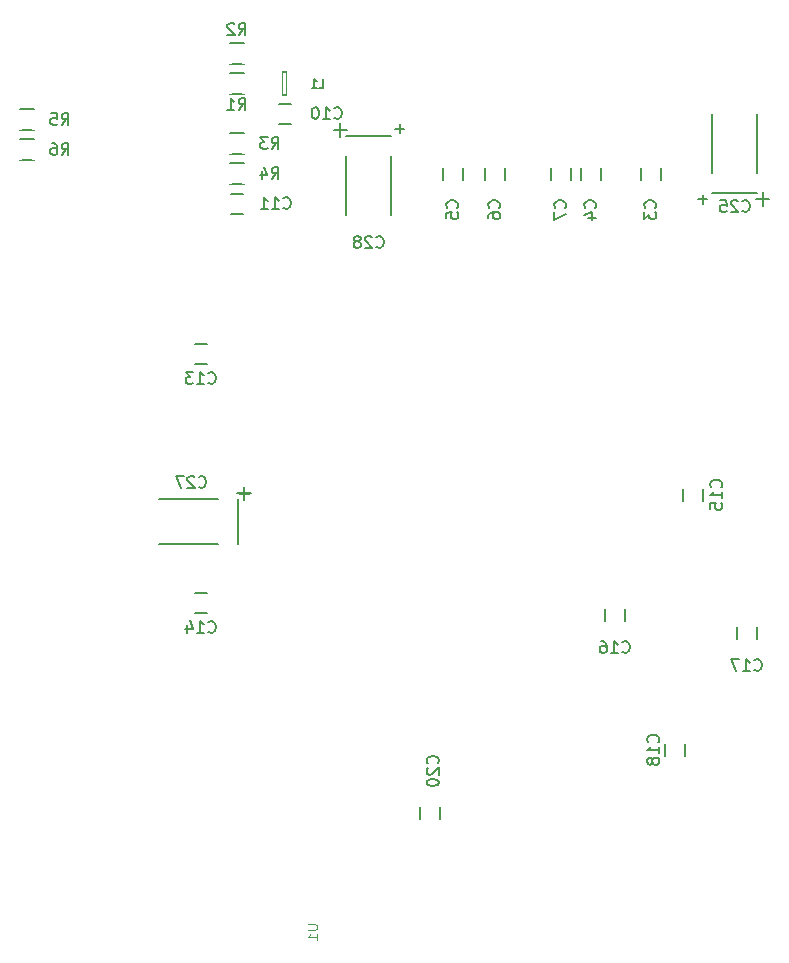
<source format=gbo>
G04 #@! TF.FileFunction,Legend,Bot*
%FSLAX46Y46*%
G04 Gerber Fmt 4.6, Leading zero omitted, Abs format (unit mm)*
G04 Created by KiCad (PCBNEW 4.0.2-stable) date 27.04.2016 23:24:33*
%MOMM*%
G01*
G04 APERTURE LIST*
%ADD10C,0.100000*%
%ADD11C,0.150000*%
%ADD12C,0.149860*%
%ADD13C,0.088900*%
%ADD14C,1.901140*%
%ADD15C,2.398980*%
%ADD16C,1.900000*%
%ADD17R,1.650000X1.400000*%
%ADD18C,1.800000*%
%ADD19C,2.900000*%
%ADD20R,1.400000X1.650000*%
%ADD21R,3.900120X3.900120*%
%ADD22R,2.400000X2.400000*%
%ADD23C,2.400000*%
%ADD24R,1.416000X2.178000*%
%ADD25R,2.127200X2.127200*%
%ADD26O,2.127200X2.127200*%
%ADD27R,2.127200X2.432000*%
%ADD28O,2.127200X2.432000*%
%ADD29R,1.100000X1.700000*%
%ADD30C,2.700000*%
%ADD31R,2.200860X3.549600*%
%ADD32R,3.549600X2.200860*%
G04 APERTURE END LIST*
D10*
D11*
X161378000Y-68080000D02*
X161378000Y-69080000D01*
X159678000Y-69080000D02*
X159678000Y-68080000D01*
X156298000Y-68080000D02*
X156298000Y-69080000D01*
X154598000Y-69080000D02*
X154598000Y-68080000D01*
X144614000Y-68080000D02*
X144614000Y-69080000D01*
X142914000Y-69080000D02*
X142914000Y-68080000D01*
X148170000Y-68080000D02*
X148170000Y-69080000D01*
X146470000Y-69080000D02*
X146470000Y-68080000D01*
X153758000Y-68080000D02*
X153758000Y-69080000D01*
X152058000Y-69080000D02*
X152058000Y-68080000D01*
X129040000Y-62650000D02*
X130040000Y-62650000D01*
X130040000Y-64350000D02*
X129040000Y-64350000D01*
X125976000Y-71970000D02*
X124976000Y-71970000D01*
X124976000Y-70270000D02*
X125976000Y-70270000D01*
X122928000Y-84670000D02*
X121928000Y-84670000D01*
X121928000Y-82970000D02*
X122928000Y-82970000D01*
X122928000Y-105752000D02*
X121928000Y-105752000D01*
X121928000Y-104052000D02*
X122928000Y-104052000D01*
X163234000Y-96258000D02*
X163234000Y-95258000D01*
X164934000Y-95258000D02*
X164934000Y-96258000D01*
X156630000Y-106418000D02*
X156630000Y-105418000D01*
X158330000Y-105418000D02*
X158330000Y-106418000D01*
X169506000Y-106942000D02*
X169506000Y-107942000D01*
X167806000Y-107942000D02*
X167806000Y-106942000D01*
X163410000Y-116848000D02*
X163410000Y-117848000D01*
X161710000Y-117848000D02*
X161710000Y-116848000D01*
D12*
X129339340Y-61960760D02*
X129339340Y-59959240D01*
X129740660Y-59959240D02*
X129740660Y-61960760D01*
X131041140Y-59959240D02*
X128038860Y-59959240D01*
X128038860Y-59959240D02*
X128038860Y-61960760D01*
X128038860Y-61960760D02*
X131041140Y-61960760D01*
X131041140Y-61960760D02*
X131041140Y-59959240D01*
D11*
X126076000Y-60085000D02*
X124876000Y-60085000D01*
X124876000Y-61835000D02*
X126076000Y-61835000D01*
X126076000Y-57545000D02*
X124876000Y-57545000D01*
X124876000Y-59295000D02*
X126076000Y-59295000D01*
X124876000Y-66915000D02*
X126076000Y-66915000D01*
X126076000Y-65165000D02*
X124876000Y-65165000D01*
X124876000Y-69455000D02*
X126076000Y-69455000D01*
X126076000Y-67705000D02*
X124876000Y-67705000D01*
X108296000Y-63133000D02*
X107096000Y-63133000D01*
X107096000Y-64883000D02*
X108296000Y-64883000D01*
X108296000Y-65673000D02*
X107096000Y-65673000D01*
X107096000Y-67423000D02*
X108296000Y-67423000D01*
X141020000Y-123208000D02*
X141020000Y-122208000D01*
X142720000Y-122208000D02*
X142720000Y-123208000D01*
X169539920Y-70241160D02*
X165740080Y-70241160D01*
X169539920Y-63540640D02*
X169539920Y-68539360D01*
X165740080Y-63543180D02*
X165740080Y-68541900D01*
X170543220Y-70744080D02*
X169443400Y-70744080D01*
X170042840Y-71343520D02*
X170042840Y-70144640D01*
X125613160Y-96144080D02*
X125613160Y-99943920D01*
X118912640Y-96144080D02*
X123911360Y-96144080D01*
X118915180Y-99943920D02*
X123913900Y-99943920D01*
X126116080Y-95140780D02*
X126116080Y-96240600D01*
X126715520Y-95641160D02*
X125516640Y-95641160D01*
X134752080Y-65394840D02*
X138551920Y-65394840D01*
X134752080Y-72095360D02*
X134752080Y-67096640D01*
X138551920Y-72092820D02*
X138551920Y-67094100D01*
X133748780Y-64891920D02*
X134848600Y-64891920D01*
X134249160Y-64292480D02*
X134249160Y-65491360D01*
X160885143Y-71461334D02*
X160932762Y-71413715D01*
X160980381Y-71270858D01*
X160980381Y-71175620D01*
X160932762Y-71032762D01*
X160837524Y-70937524D01*
X160742286Y-70889905D01*
X160551810Y-70842286D01*
X160408952Y-70842286D01*
X160218476Y-70889905D01*
X160123238Y-70937524D01*
X160028000Y-71032762D01*
X159980381Y-71175620D01*
X159980381Y-71270858D01*
X160028000Y-71413715D01*
X160075619Y-71461334D01*
X159980381Y-71794667D02*
X159980381Y-72413715D01*
X160361333Y-72080381D01*
X160361333Y-72223239D01*
X160408952Y-72318477D01*
X160456571Y-72366096D01*
X160551810Y-72413715D01*
X160789905Y-72413715D01*
X160885143Y-72366096D01*
X160932762Y-72318477D01*
X160980381Y-72223239D01*
X160980381Y-71937524D01*
X160932762Y-71842286D01*
X160885143Y-71794667D01*
X155805143Y-71461334D02*
X155852762Y-71413715D01*
X155900381Y-71270858D01*
X155900381Y-71175620D01*
X155852762Y-71032762D01*
X155757524Y-70937524D01*
X155662286Y-70889905D01*
X155471810Y-70842286D01*
X155328952Y-70842286D01*
X155138476Y-70889905D01*
X155043238Y-70937524D01*
X154948000Y-71032762D01*
X154900381Y-71175620D01*
X154900381Y-71270858D01*
X154948000Y-71413715D01*
X154995619Y-71461334D01*
X155233714Y-72318477D02*
X155900381Y-72318477D01*
X154852762Y-72080381D02*
X155567048Y-71842286D01*
X155567048Y-72461334D01*
X144121143Y-71461334D02*
X144168762Y-71413715D01*
X144216381Y-71270858D01*
X144216381Y-71175620D01*
X144168762Y-71032762D01*
X144073524Y-70937524D01*
X143978286Y-70889905D01*
X143787810Y-70842286D01*
X143644952Y-70842286D01*
X143454476Y-70889905D01*
X143359238Y-70937524D01*
X143264000Y-71032762D01*
X143216381Y-71175620D01*
X143216381Y-71270858D01*
X143264000Y-71413715D01*
X143311619Y-71461334D01*
X143216381Y-72366096D02*
X143216381Y-71889905D01*
X143692571Y-71842286D01*
X143644952Y-71889905D01*
X143597333Y-71985143D01*
X143597333Y-72223239D01*
X143644952Y-72318477D01*
X143692571Y-72366096D01*
X143787810Y-72413715D01*
X144025905Y-72413715D01*
X144121143Y-72366096D01*
X144168762Y-72318477D01*
X144216381Y-72223239D01*
X144216381Y-71985143D01*
X144168762Y-71889905D01*
X144121143Y-71842286D01*
X147677143Y-71461334D02*
X147724762Y-71413715D01*
X147772381Y-71270858D01*
X147772381Y-71175620D01*
X147724762Y-71032762D01*
X147629524Y-70937524D01*
X147534286Y-70889905D01*
X147343810Y-70842286D01*
X147200952Y-70842286D01*
X147010476Y-70889905D01*
X146915238Y-70937524D01*
X146820000Y-71032762D01*
X146772381Y-71175620D01*
X146772381Y-71270858D01*
X146820000Y-71413715D01*
X146867619Y-71461334D01*
X146772381Y-72318477D02*
X146772381Y-72128000D01*
X146820000Y-72032762D01*
X146867619Y-71985143D01*
X147010476Y-71889905D01*
X147200952Y-71842286D01*
X147581905Y-71842286D01*
X147677143Y-71889905D01*
X147724762Y-71937524D01*
X147772381Y-72032762D01*
X147772381Y-72223239D01*
X147724762Y-72318477D01*
X147677143Y-72366096D01*
X147581905Y-72413715D01*
X147343810Y-72413715D01*
X147248571Y-72366096D01*
X147200952Y-72318477D01*
X147153333Y-72223239D01*
X147153333Y-72032762D01*
X147200952Y-71937524D01*
X147248571Y-71889905D01*
X147343810Y-71842286D01*
X153265143Y-71461334D02*
X153312762Y-71413715D01*
X153360381Y-71270858D01*
X153360381Y-71175620D01*
X153312762Y-71032762D01*
X153217524Y-70937524D01*
X153122286Y-70889905D01*
X152931810Y-70842286D01*
X152788952Y-70842286D01*
X152598476Y-70889905D01*
X152503238Y-70937524D01*
X152408000Y-71032762D01*
X152360381Y-71175620D01*
X152360381Y-71270858D01*
X152408000Y-71413715D01*
X152455619Y-71461334D01*
X152360381Y-71794667D02*
X152360381Y-72461334D01*
X153360381Y-72032762D01*
X133738857Y-63857143D02*
X133786476Y-63904762D01*
X133929333Y-63952381D01*
X134024571Y-63952381D01*
X134167429Y-63904762D01*
X134262667Y-63809524D01*
X134310286Y-63714286D01*
X134357905Y-63523810D01*
X134357905Y-63380952D01*
X134310286Y-63190476D01*
X134262667Y-63095238D01*
X134167429Y-63000000D01*
X134024571Y-62952381D01*
X133929333Y-62952381D01*
X133786476Y-63000000D01*
X133738857Y-63047619D01*
X132786476Y-63952381D02*
X133357905Y-63952381D01*
X133072191Y-63952381D02*
X133072191Y-62952381D01*
X133167429Y-63095238D01*
X133262667Y-63190476D01*
X133357905Y-63238095D01*
X132167429Y-62952381D02*
X132072190Y-62952381D01*
X131976952Y-63000000D01*
X131929333Y-63047619D01*
X131881714Y-63142857D01*
X131834095Y-63333333D01*
X131834095Y-63571429D01*
X131881714Y-63761905D01*
X131929333Y-63857143D01*
X131976952Y-63904762D01*
X132072190Y-63952381D01*
X132167429Y-63952381D01*
X132262667Y-63904762D01*
X132310286Y-63857143D01*
X132357905Y-63761905D01*
X132405524Y-63571429D01*
X132405524Y-63333333D01*
X132357905Y-63142857D01*
X132310286Y-63047619D01*
X132262667Y-63000000D01*
X132167429Y-62952381D01*
X129420857Y-71477143D02*
X129468476Y-71524762D01*
X129611333Y-71572381D01*
X129706571Y-71572381D01*
X129849429Y-71524762D01*
X129944667Y-71429524D01*
X129992286Y-71334286D01*
X130039905Y-71143810D01*
X130039905Y-71000952D01*
X129992286Y-70810476D01*
X129944667Y-70715238D01*
X129849429Y-70620000D01*
X129706571Y-70572381D01*
X129611333Y-70572381D01*
X129468476Y-70620000D01*
X129420857Y-70667619D01*
X128468476Y-71572381D02*
X129039905Y-71572381D01*
X128754191Y-71572381D02*
X128754191Y-70572381D01*
X128849429Y-70715238D01*
X128944667Y-70810476D01*
X129039905Y-70858095D01*
X127516095Y-71572381D02*
X128087524Y-71572381D01*
X127801810Y-71572381D02*
X127801810Y-70572381D01*
X127897048Y-70715238D01*
X127992286Y-70810476D01*
X128087524Y-70858095D01*
X123070857Y-86277143D02*
X123118476Y-86324762D01*
X123261333Y-86372381D01*
X123356571Y-86372381D01*
X123499429Y-86324762D01*
X123594667Y-86229524D01*
X123642286Y-86134286D01*
X123689905Y-85943810D01*
X123689905Y-85800952D01*
X123642286Y-85610476D01*
X123594667Y-85515238D01*
X123499429Y-85420000D01*
X123356571Y-85372381D01*
X123261333Y-85372381D01*
X123118476Y-85420000D01*
X123070857Y-85467619D01*
X122118476Y-86372381D02*
X122689905Y-86372381D01*
X122404191Y-86372381D02*
X122404191Y-85372381D01*
X122499429Y-85515238D01*
X122594667Y-85610476D01*
X122689905Y-85658095D01*
X121785143Y-85372381D02*
X121166095Y-85372381D01*
X121499429Y-85753333D01*
X121356571Y-85753333D01*
X121261333Y-85800952D01*
X121213714Y-85848571D01*
X121166095Y-85943810D01*
X121166095Y-86181905D01*
X121213714Y-86277143D01*
X121261333Y-86324762D01*
X121356571Y-86372381D01*
X121642286Y-86372381D01*
X121737524Y-86324762D01*
X121785143Y-86277143D01*
X123070857Y-107359143D02*
X123118476Y-107406762D01*
X123261333Y-107454381D01*
X123356571Y-107454381D01*
X123499429Y-107406762D01*
X123594667Y-107311524D01*
X123642286Y-107216286D01*
X123689905Y-107025810D01*
X123689905Y-106882952D01*
X123642286Y-106692476D01*
X123594667Y-106597238D01*
X123499429Y-106502000D01*
X123356571Y-106454381D01*
X123261333Y-106454381D01*
X123118476Y-106502000D01*
X123070857Y-106549619D01*
X122118476Y-107454381D02*
X122689905Y-107454381D01*
X122404191Y-107454381D02*
X122404191Y-106454381D01*
X122499429Y-106597238D01*
X122594667Y-106692476D01*
X122689905Y-106740095D01*
X121261333Y-106787714D02*
X121261333Y-107454381D01*
X121499429Y-106406762D02*
X121737524Y-107121048D01*
X121118476Y-107121048D01*
X166473143Y-95115143D02*
X166520762Y-95067524D01*
X166568381Y-94924667D01*
X166568381Y-94829429D01*
X166520762Y-94686571D01*
X166425524Y-94591333D01*
X166330286Y-94543714D01*
X166139810Y-94496095D01*
X165996952Y-94496095D01*
X165806476Y-94543714D01*
X165711238Y-94591333D01*
X165616000Y-94686571D01*
X165568381Y-94829429D01*
X165568381Y-94924667D01*
X165616000Y-95067524D01*
X165663619Y-95115143D01*
X166568381Y-96067524D02*
X166568381Y-95496095D01*
X166568381Y-95781809D02*
X165568381Y-95781809D01*
X165711238Y-95686571D01*
X165806476Y-95591333D01*
X165854095Y-95496095D01*
X165568381Y-96972286D02*
X165568381Y-96496095D01*
X166044571Y-96448476D01*
X165996952Y-96496095D01*
X165949333Y-96591333D01*
X165949333Y-96829429D01*
X165996952Y-96924667D01*
X166044571Y-96972286D01*
X166139810Y-97019905D01*
X166377905Y-97019905D01*
X166473143Y-96972286D01*
X166520762Y-96924667D01*
X166568381Y-96829429D01*
X166568381Y-96591333D01*
X166520762Y-96496095D01*
X166473143Y-96448476D01*
X158122857Y-109069143D02*
X158170476Y-109116762D01*
X158313333Y-109164381D01*
X158408571Y-109164381D01*
X158551429Y-109116762D01*
X158646667Y-109021524D01*
X158694286Y-108926286D01*
X158741905Y-108735810D01*
X158741905Y-108592952D01*
X158694286Y-108402476D01*
X158646667Y-108307238D01*
X158551429Y-108212000D01*
X158408571Y-108164381D01*
X158313333Y-108164381D01*
X158170476Y-108212000D01*
X158122857Y-108259619D01*
X157170476Y-109164381D02*
X157741905Y-109164381D01*
X157456191Y-109164381D02*
X157456191Y-108164381D01*
X157551429Y-108307238D01*
X157646667Y-108402476D01*
X157741905Y-108450095D01*
X156313333Y-108164381D02*
X156503810Y-108164381D01*
X156599048Y-108212000D01*
X156646667Y-108259619D01*
X156741905Y-108402476D01*
X156789524Y-108592952D01*
X156789524Y-108973905D01*
X156741905Y-109069143D01*
X156694286Y-109116762D01*
X156599048Y-109164381D01*
X156408571Y-109164381D01*
X156313333Y-109116762D01*
X156265714Y-109069143D01*
X156218095Y-108973905D01*
X156218095Y-108735810D01*
X156265714Y-108640571D01*
X156313333Y-108592952D01*
X156408571Y-108545333D01*
X156599048Y-108545333D01*
X156694286Y-108592952D01*
X156741905Y-108640571D01*
X156789524Y-108735810D01*
X169298857Y-110593143D02*
X169346476Y-110640762D01*
X169489333Y-110688381D01*
X169584571Y-110688381D01*
X169727429Y-110640762D01*
X169822667Y-110545524D01*
X169870286Y-110450286D01*
X169917905Y-110259810D01*
X169917905Y-110116952D01*
X169870286Y-109926476D01*
X169822667Y-109831238D01*
X169727429Y-109736000D01*
X169584571Y-109688381D01*
X169489333Y-109688381D01*
X169346476Y-109736000D01*
X169298857Y-109783619D01*
X168346476Y-110688381D02*
X168917905Y-110688381D01*
X168632191Y-110688381D02*
X168632191Y-109688381D01*
X168727429Y-109831238D01*
X168822667Y-109926476D01*
X168917905Y-109974095D01*
X168013143Y-109688381D02*
X167346476Y-109688381D01*
X167775048Y-110688381D01*
X161139143Y-116705143D02*
X161186762Y-116657524D01*
X161234381Y-116514667D01*
X161234381Y-116419429D01*
X161186762Y-116276571D01*
X161091524Y-116181333D01*
X160996286Y-116133714D01*
X160805810Y-116086095D01*
X160662952Y-116086095D01*
X160472476Y-116133714D01*
X160377238Y-116181333D01*
X160282000Y-116276571D01*
X160234381Y-116419429D01*
X160234381Y-116514667D01*
X160282000Y-116657524D01*
X160329619Y-116705143D01*
X161234381Y-117657524D02*
X161234381Y-117086095D01*
X161234381Y-117371809D02*
X160234381Y-117371809D01*
X160377238Y-117276571D01*
X160472476Y-117181333D01*
X160520095Y-117086095D01*
X160662952Y-118228952D02*
X160615333Y-118133714D01*
X160567714Y-118086095D01*
X160472476Y-118038476D01*
X160424857Y-118038476D01*
X160329619Y-118086095D01*
X160282000Y-118133714D01*
X160234381Y-118228952D01*
X160234381Y-118419429D01*
X160282000Y-118514667D01*
X160329619Y-118562286D01*
X160424857Y-118609905D01*
X160472476Y-118609905D01*
X160567714Y-118562286D01*
X160615333Y-118514667D01*
X160662952Y-118419429D01*
X160662952Y-118228952D01*
X160710571Y-118133714D01*
X160758190Y-118086095D01*
X160853429Y-118038476D01*
X161043905Y-118038476D01*
X161139143Y-118086095D01*
X161186762Y-118133714D01*
X161234381Y-118228952D01*
X161234381Y-118419429D01*
X161186762Y-118514667D01*
X161139143Y-118562286D01*
X161043905Y-118609905D01*
X160853429Y-118609905D01*
X160758190Y-118562286D01*
X160710571Y-118514667D01*
X160662952Y-118419429D01*
D12*
X132458883Y-61298969D02*
X132815692Y-61298969D01*
X132815692Y-60549669D01*
X131816626Y-61298969D02*
X132244797Y-61298969D01*
X132030711Y-61298969D02*
X132030711Y-60549669D01*
X132102073Y-60656712D01*
X132173435Y-60728074D01*
X132244797Y-60763755D01*
D11*
X125642666Y-63190381D02*
X125976000Y-62714190D01*
X126214095Y-63190381D02*
X126214095Y-62190381D01*
X125833142Y-62190381D01*
X125737904Y-62238000D01*
X125690285Y-62285619D01*
X125642666Y-62380857D01*
X125642666Y-62523714D01*
X125690285Y-62618952D01*
X125737904Y-62666571D01*
X125833142Y-62714190D01*
X126214095Y-62714190D01*
X124690285Y-63190381D02*
X125261714Y-63190381D01*
X124976000Y-63190381D02*
X124976000Y-62190381D01*
X125071238Y-62333238D01*
X125166476Y-62428476D01*
X125261714Y-62476095D01*
X125642666Y-56840381D02*
X125976000Y-56364190D01*
X126214095Y-56840381D02*
X126214095Y-55840381D01*
X125833142Y-55840381D01*
X125737904Y-55888000D01*
X125690285Y-55935619D01*
X125642666Y-56030857D01*
X125642666Y-56173714D01*
X125690285Y-56268952D01*
X125737904Y-56316571D01*
X125833142Y-56364190D01*
X126214095Y-56364190D01*
X125261714Y-55935619D02*
X125214095Y-55888000D01*
X125118857Y-55840381D01*
X124880761Y-55840381D01*
X124785523Y-55888000D01*
X124737904Y-55935619D01*
X124690285Y-56030857D01*
X124690285Y-56126095D01*
X124737904Y-56268952D01*
X125309333Y-56840381D01*
X124690285Y-56840381D01*
X128436666Y-66492381D02*
X128770000Y-66016190D01*
X129008095Y-66492381D02*
X129008095Y-65492381D01*
X128627142Y-65492381D01*
X128531904Y-65540000D01*
X128484285Y-65587619D01*
X128436666Y-65682857D01*
X128436666Y-65825714D01*
X128484285Y-65920952D01*
X128531904Y-65968571D01*
X128627142Y-66016190D01*
X129008095Y-66016190D01*
X128103333Y-65492381D02*
X127484285Y-65492381D01*
X127817619Y-65873333D01*
X127674761Y-65873333D01*
X127579523Y-65920952D01*
X127531904Y-65968571D01*
X127484285Y-66063810D01*
X127484285Y-66301905D01*
X127531904Y-66397143D01*
X127579523Y-66444762D01*
X127674761Y-66492381D01*
X127960476Y-66492381D01*
X128055714Y-66444762D01*
X128103333Y-66397143D01*
X128436666Y-69032381D02*
X128770000Y-68556190D01*
X129008095Y-69032381D02*
X129008095Y-68032381D01*
X128627142Y-68032381D01*
X128531904Y-68080000D01*
X128484285Y-68127619D01*
X128436666Y-68222857D01*
X128436666Y-68365714D01*
X128484285Y-68460952D01*
X128531904Y-68508571D01*
X128627142Y-68556190D01*
X129008095Y-68556190D01*
X127579523Y-68365714D02*
X127579523Y-69032381D01*
X127817619Y-67984762D02*
X128055714Y-68699048D01*
X127436666Y-68699048D01*
X110656666Y-64460381D02*
X110990000Y-63984190D01*
X111228095Y-64460381D02*
X111228095Y-63460381D01*
X110847142Y-63460381D01*
X110751904Y-63508000D01*
X110704285Y-63555619D01*
X110656666Y-63650857D01*
X110656666Y-63793714D01*
X110704285Y-63888952D01*
X110751904Y-63936571D01*
X110847142Y-63984190D01*
X111228095Y-63984190D01*
X109751904Y-63460381D02*
X110228095Y-63460381D01*
X110275714Y-63936571D01*
X110228095Y-63888952D01*
X110132857Y-63841333D01*
X109894761Y-63841333D01*
X109799523Y-63888952D01*
X109751904Y-63936571D01*
X109704285Y-64031810D01*
X109704285Y-64269905D01*
X109751904Y-64365143D01*
X109799523Y-64412762D01*
X109894761Y-64460381D01*
X110132857Y-64460381D01*
X110228095Y-64412762D01*
X110275714Y-64365143D01*
X110656666Y-67000381D02*
X110990000Y-66524190D01*
X111228095Y-67000381D02*
X111228095Y-66000381D01*
X110847142Y-66000381D01*
X110751904Y-66048000D01*
X110704285Y-66095619D01*
X110656666Y-66190857D01*
X110656666Y-66333714D01*
X110704285Y-66428952D01*
X110751904Y-66476571D01*
X110847142Y-66524190D01*
X111228095Y-66524190D01*
X109799523Y-66000381D02*
X109990000Y-66000381D01*
X110085238Y-66048000D01*
X110132857Y-66095619D01*
X110228095Y-66238476D01*
X110275714Y-66428952D01*
X110275714Y-66809905D01*
X110228095Y-66905143D01*
X110180476Y-66952762D01*
X110085238Y-67000381D01*
X109894761Y-67000381D01*
X109799523Y-66952762D01*
X109751904Y-66905143D01*
X109704285Y-66809905D01*
X109704285Y-66571810D01*
X109751904Y-66476571D01*
X109799523Y-66428952D01*
X109894761Y-66381333D01*
X110085238Y-66381333D01*
X110180476Y-66428952D01*
X110228095Y-66476571D01*
X110275714Y-66571810D01*
X142481143Y-118509143D02*
X142528762Y-118461524D01*
X142576381Y-118318667D01*
X142576381Y-118223429D01*
X142528762Y-118080571D01*
X142433524Y-117985333D01*
X142338286Y-117937714D01*
X142147810Y-117890095D01*
X142004952Y-117890095D01*
X141814476Y-117937714D01*
X141719238Y-117985333D01*
X141624000Y-118080571D01*
X141576381Y-118223429D01*
X141576381Y-118318667D01*
X141624000Y-118461524D01*
X141671619Y-118509143D01*
X141671619Y-118890095D02*
X141624000Y-118937714D01*
X141576381Y-119032952D01*
X141576381Y-119271048D01*
X141624000Y-119366286D01*
X141671619Y-119413905D01*
X141766857Y-119461524D01*
X141862095Y-119461524D01*
X142004952Y-119413905D01*
X142576381Y-118842476D01*
X142576381Y-119461524D01*
X141576381Y-120080571D02*
X141576381Y-120175810D01*
X141624000Y-120271048D01*
X141671619Y-120318667D01*
X141766857Y-120366286D01*
X141957333Y-120413905D01*
X142195429Y-120413905D01*
X142385905Y-120366286D01*
X142481143Y-120318667D01*
X142528762Y-120271048D01*
X142576381Y-120175810D01*
X142576381Y-120080571D01*
X142528762Y-119985333D01*
X142481143Y-119937714D01*
X142385905Y-119890095D01*
X142195429Y-119842476D01*
X141957333Y-119842476D01*
X141766857Y-119890095D01*
X141671619Y-119937714D01*
X141624000Y-119985333D01*
X141576381Y-120080571D01*
D13*
X131475695Y-132144724D02*
X132133676Y-132144724D01*
X132211086Y-132183429D01*
X132249790Y-132222133D01*
X132288495Y-132299543D01*
X132288495Y-132454362D01*
X132249790Y-132531771D01*
X132211086Y-132570476D01*
X132133676Y-132609181D01*
X131475695Y-132609181D01*
X132288495Y-133421981D02*
X132288495Y-132957524D01*
X132288495Y-133189753D02*
X131475695Y-133189753D01*
X131591810Y-133112343D01*
X131669219Y-133034934D01*
X131707924Y-132957524D01*
D11*
X168282857Y-71731143D02*
X168330476Y-71778762D01*
X168473333Y-71826381D01*
X168568571Y-71826381D01*
X168711429Y-71778762D01*
X168806667Y-71683524D01*
X168854286Y-71588286D01*
X168901905Y-71397810D01*
X168901905Y-71254952D01*
X168854286Y-71064476D01*
X168806667Y-70969238D01*
X168711429Y-70874000D01*
X168568571Y-70826381D01*
X168473333Y-70826381D01*
X168330476Y-70874000D01*
X168282857Y-70921619D01*
X167901905Y-70921619D02*
X167854286Y-70874000D01*
X167759048Y-70826381D01*
X167520952Y-70826381D01*
X167425714Y-70874000D01*
X167378095Y-70921619D01*
X167330476Y-71016857D01*
X167330476Y-71112095D01*
X167378095Y-71254952D01*
X167949524Y-71826381D01*
X167330476Y-71826381D01*
X166425714Y-70826381D02*
X166901905Y-70826381D01*
X166949524Y-71302571D01*
X166901905Y-71254952D01*
X166806667Y-71207333D01*
X166568571Y-71207333D01*
X166473333Y-71254952D01*
X166425714Y-71302571D01*
X166378095Y-71397810D01*
X166378095Y-71635905D01*
X166425714Y-71731143D01*
X166473333Y-71778762D01*
X166568571Y-71826381D01*
X166806667Y-71826381D01*
X166901905Y-71778762D01*
X166949524Y-71731143D01*
X164917429Y-70360588D02*
X164917429Y-71122493D01*
X165298381Y-70741541D02*
X164536476Y-70741541D01*
X122255517Y-95101683D02*
X122303136Y-95149302D01*
X122445993Y-95196921D01*
X122541231Y-95196921D01*
X122684089Y-95149302D01*
X122779327Y-95054064D01*
X122826946Y-94958826D01*
X122874565Y-94768350D01*
X122874565Y-94625492D01*
X122826946Y-94435016D01*
X122779327Y-94339778D01*
X122684089Y-94244540D01*
X122541231Y-94196921D01*
X122445993Y-94196921D01*
X122303136Y-94244540D01*
X122255517Y-94292159D01*
X121874565Y-94292159D02*
X121826946Y-94244540D01*
X121731708Y-94196921D01*
X121493612Y-94196921D01*
X121398374Y-94244540D01*
X121350755Y-94292159D01*
X121303136Y-94387397D01*
X121303136Y-94482635D01*
X121350755Y-94625492D01*
X121922184Y-95196921D01*
X121303136Y-95196921D01*
X120969803Y-94196921D02*
X120303136Y-94196921D01*
X120731708Y-95196921D01*
X126494492Y-95715129D02*
X125732587Y-95715129D01*
X126113539Y-96096081D02*
X126113539Y-95334176D01*
X137294857Y-74779143D02*
X137342476Y-74826762D01*
X137485333Y-74874381D01*
X137580571Y-74874381D01*
X137723429Y-74826762D01*
X137818667Y-74731524D01*
X137866286Y-74636286D01*
X137913905Y-74445810D01*
X137913905Y-74302952D01*
X137866286Y-74112476D01*
X137818667Y-74017238D01*
X137723429Y-73922000D01*
X137580571Y-73874381D01*
X137485333Y-73874381D01*
X137342476Y-73922000D01*
X137294857Y-73969619D01*
X136913905Y-73969619D02*
X136866286Y-73922000D01*
X136771048Y-73874381D01*
X136532952Y-73874381D01*
X136437714Y-73922000D01*
X136390095Y-73969619D01*
X136342476Y-74064857D01*
X136342476Y-74160095D01*
X136390095Y-74302952D01*
X136961524Y-74874381D01*
X136342476Y-74874381D01*
X135771048Y-74302952D02*
X135866286Y-74255333D01*
X135913905Y-74207714D01*
X135961524Y-74112476D01*
X135961524Y-74064857D01*
X135913905Y-73969619D01*
X135866286Y-73922000D01*
X135771048Y-73874381D01*
X135580571Y-73874381D01*
X135485333Y-73922000D01*
X135437714Y-73969619D01*
X135390095Y-74064857D01*
X135390095Y-74112476D01*
X135437714Y-74207714D01*
X135485333Y-74255333D01*
X135580571Y-74302952D01*
X135771048Y-74302952D01*
X135866286Y-74350571D01*
X135913905Y-74398190D01*
X135961524Y-74493429D01*
X135961524Y-74683905D01*
X135913905Y-74779143D01*
X135866286Y-74826762D01*
X135771048Y-74874381D01*
X135580571Y-74874381D01*
X135485333Y-74826762D01*
X135437714Y-74779143D01*
X135390095Y-74683905D01*
X135390095Y-74493429D01*
X135437714Y-74398190D01*
X135485333Y-74350571D01*
X135580571Y-74302952D01*
X139263429Y-64389048D02*
X139263429Y-65150953D01*
X139644381Y-64770001D02*
X138882476Y-64770001D01*
%LPC*%
D14*
X198882000Y-123126500D03*
X198882000Y-118681500D03*
D15*
X196342000Y-124396500D03*
X196342000Y-117411500D03*
D16*
X196512000Y-57242000D03*
X196512000Y-81442000D03*
D17*
X160528000Y-69580000D03*
X160528000Y-67580000D03*
D18*
X118432000Y-63602000D03*
X118432000Y-61062000D03*
X120972000Y-62332000D03*
X120972000Y-64872000D03*
X118432000Y-66142000D03*
X120972000Y-67412000D03*
X118432000Y-68682000D03*
X120972000Y-69952000D03*
D19*
X115142000Y-57757000D03*
X115142000Y-73257000D03*
D16*
X107192000Y-69292000D03*
X108712000Y-71832000D03*
X107192000Y-59182000D03*
X108712000Y-61722000D03*
D17*
X155448000Y-69580000D03*
X155448000Y-67580000D03*
X143764000Y-69580000D03*
X143764000Y-67580000D03*
X147320000Y-69580000D03*
X147320000Y-67580000D03*
X152908000Y-69580000D03*
X152908000Y-67580000D03*
D20*
X130540000Y-63500000D03*
X128540000Y-63500000D03*
X124476000Y-71120000D03*
X126476000Y-71120000D03*
X121428000Y-83820000D03*
X123428000Y-83820000D03*
X121428000Y-104902000D03*
X123428000Y-104902000D03*
D17*
X164084000Y-94758000D03*
X164084000Y-96758000D03*
X157480000Y-104918000D03*
X157480000Y-106918000D03*
X168656000Y-108442000D03*
X168656000Y-106442000D03*
X162560000Y-118348000D03*
X162560000Y-116348000D03*
D21*
X114457480Y-118872000D03*
X108458000Y-118872000D03*
X111457740Y-123571000D03*
D22*
X199898000Y-101092000D03*
D23*
X197358000Y-101092000D03*
D22*
X199898000Y-94488000D03*
D23*
X197358000Y-94488000D03*
D24*
X130429000Y-60960000D03*
X128651000Y-60960000D03*
D25*
X176784000Y-94996000D03*
D26*
X179324000Y-94996000D03*
X176784000Y-97536000D03*
X179324000Y-97536000D03*
X176784000Y-100076000D03*
X179324000Y-100076000D03*
D25*
X176784000Y-116078000D03*
D26*
X179324000Y-116078000D03*
X176784000Y-118618000D03*
X179324000Y-118618000D03*
X176784000Y-121158000D03*
X179324000Y-121158000D03*
D27*
X159512000Y-83058000D03*
D28*
X156972000Y-83058000D03*
X154432000Y-83058000D03*
D29*
X124526000Y-60960000D03*
X126426000Y-60960000D03*
X124526000Y-58420000D03*
X126426000Y-58420000D03*
X126426000Y-66040000D03*
X124526000Y-66040000D03*
X126426000Y-68580000D03*
X124526000Y-68580000D03*
X106746000Y-64008000D03*
X108646000Y-64008000D03*
X106746000Y-66548000D03*
X108646000Y-66548000D03*
D30*
X106934000Y-85344000D03*
X109474000Y-87884000D03*
X109474000Y-82804000D03*
X104394000Y-82804000D03*
X104394000Y-87884000D03*
X106934000Y-104140000D03*
X109474000Y-106680000D03*
X109474000Y-101600000D03*
X104394000Y-101600000D03*
X104394000Y-106680000D03*
D14*
X198882000Y-112458500D03*
X198882000Y-108013500D03*
D15*
X196342000Y-113728500D03*
X196342000Y-106743500D03*
D17*
X141870000Y-121708000D03*
X141870000Y-123708000D03*
D22*
X199898000Y-88392000D03*
D23*
X197358000Y-88392000D03*
D31*
X167640000Y-63914020D03*
X167640000Y-68165980D03*
D32*
X119286020Y-98044000D03*
X123537980Y-98044000D03*
D31*
X136652000Y-71721980D03*
X136652000Y-67470020D03*
M02*

</source>
